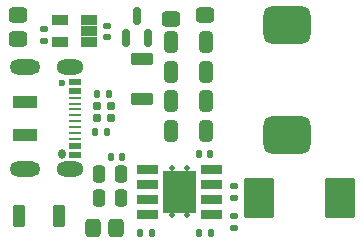
<source format=gts>
%TF.GenerationSoftware,KiCad,Pcbnew,8.0.6*%
%TF.CreationDate,2025-10-07T13:26:47+02:00*%
%TF.ProjectId,PCB WLED Spec 7,50434220-574c-4454-9420-537065632037,rev?*%
%TF.SameCoordinates,Original*%
%TF.FileFunction,Soldermask,Top*%
%TF.FilePolarity,Negative*%
%FSLAX46Y46*%
G04 Gerber Fmt 4.6, Leading zero omitted, Abs format (unit mm)*
G04 Created by KiCad (PCBNEW 8.0.6) date 2025-10-07 13:26:47*
%MOMM*%
%LPD*%
G01*
G04 APERTURE LIST*
G04 Aperture macros list*
%AMRoundRect*
0 Rectangle with rounded corners*
0 $1 Rounding radius*
0 $2 $3 $4 $5 $6 $7 $8 $9 X,Y pos of 4 corners*
0 Add a 4 corners polygon primitive as box body*
4,1,4,$2,$3,$4,$5,$6,$7,$8,$9,$2,$3,0*
0 Add four circle primitives for the rounded corners*
1,1,$1+$1,$2,$3*
1,1,$1+$1,$4,$5*
1,1,$1+$1,$6,$7*
1,1,$1+$1,$8,$9*
0 Add four rect primitives between the rounded corners*
20,1,$1+$1,$2,$3,$4,$5,0*
20,1,$1+$1,$4,$5,$6,$7,0*
20,1,$1+$1,$6,$7,$8,$9,0*
20,1,$1+$1,$8,$9,$2,$3,0*%
G04 Aperture macros list end*
%ADD10C,0.010000*%
%ADD11RoundRect,0.250000X0.250000X0.475000X-0.250000X0.475000X-0.250000X-0.475000X0.250000X-0.475000X0*%
%ADD12RoundRect,0.160000X-0.197500X-0.160000X0.197500X-0.160000X0.197500X0.160000X-0.197500X0.160000X0*%
%ADD13RoundRect,0.102000X-0.400000X-0.850000X0.400000X-0.850000X0.400000X0.850000X-0.400000X0.850000X0*%
%ADD14RoundRect,0.135000X-0.135000X-0.185000X0.135000X-0.185000X0.135000X0.185000X-0.135000X0.185000X0*%
%ADD15RoundRect,0.140000X0.170000X-0.140000X0.170000X0.140000X-0.170000X0.140000X-0.170000X-0.140000X0*%
%ADD16RoundRect,0.150000X0.150000X-0.587500X0.150000X0.587500X-0.150000X0.587500X-0.150000X-0.587500X0*%
%ADD17RoundRect,0.106750X0.605250X0.320250X-0.605250X0.320250X-0.605250X-0.320250X0.605250X-0.320250X0*%
%ADD18RoundRect,0.135000X0.135000X0.185000X-0.135000X0.185000X-0.135000X-0.185000X0.135000X-0.185000X0*%
%ADD19RoundRect,0.325000X-0.325000X-0.475000X0.325000X-0.475000X0.325000X0.475000X-0.325000X0.475000X0*%
%ADD20RoundRect,0.140000X0.140000X0.170000X-0.140000X0.170000X-0.140000X-0.170000X0.140000X-0.170000X0*%
%ADD21C,0.600000*%
%ADD22R,2.000000X1.000000*%
%ADD23O,0.600000X0.850000*%
%ADD24R,1.000000X0.520000*%
%ADD25R,1.000000X0.270000*%
%ADD26O,2.300000X1.300000*%
%ADD27O,2.600000X1.300000*%
%ADD28RoundRect,0.325000X0.325000X0.475000X-0.325000X0.475000X-0.325000X-0.475000X0.325000X-0.475000X0*%
%ADD29RoundRect,0.250000X0.325000X0.650000X-0.325000X0.650000X-0.325000X-0.650000X0.325000X-0.650000X0*%
%ADD30RoundRect,0.325000X0.475000X-0.325000X0.475000X0.325000X-0.475000X0.325000X-0.475000X-0.325000X0*%
%ADD31RoundRect,0.102000X0.850000X-0.400000X0.850000X0.400000X-0.850000X0.400000X-0.850000X-0.400000X0*%
%ADD32C,0.504000*%
%ADD33RoundRect,0.102000X-1.145000X-1.560000X1.145000X-1.560000X1.145000X1.560000X-1.145000X1.560000X0*%
%ADD34RoundRect,0.140000X-0.170000X0.140000X-0.170000X-0.140000X0.170000X-0.140000X0.170000X0.140000X0*%
%ADD35RoundRect,0.135000X-0.185000X0.135000X-0.185000X-0.135000X0.185000X-0.135000X0.185000X0.135000X0*%
%ADD36RoundRect,0.140000X-0.140000X-0.170000X0.140000X-0.170000X0.140000X0.170000X-0.140000X0.170000X0*%
%ADD37RoundRect,0.812500X1.187500X-0.812500X1.187500X0.812500X-1.187500X0.812500X-1.187500X-0.812500X0*%
G04 APERTURE END LIST*
D10*
%TO.C,U3*%
X196205000Y-87650000D02*
X193495000Y-87650000D01*
X193495000Y-84250000D01*
X196205000Y-84250000D01*
X196205000Y-87650000D01*
G36*
X196205000Y-87650000D02*
G01*
X193495000Y-87650000D01*
X193495000Y-84250000D01*
X196205000Y-84250000D01*
X196205000Y-87650000D01*
G37*
X192953000Y-83676000D02*
X192955000Y-83676000D01*
X192958000Y-83677000D01*
X192960000Y-83677000D01*
X192963000Y-83678000D01*
X192965000Y-83679000D01*
X192968000Y-83680000D01*
X192970000Y-83682000D01*
X192972000Y-83683000D01*
X192974000Y-83685000D01*
X192976000Y-83686000D01*
X192978000Y-83688000D01*
X192980000Y-83690000D01*
X192982000Y-83692000D01*
X192984000Y-83694000D01*
X192985000Y-83696000D01*
X192987000Y-83698000D01*
X192988000Y-83700000D01*
X192990000Y-83702000D01*
X192991000Y-83705000D01*
X192992000Y-83707000D01*
X192993000Y-83710000D01*
X192993000Y-83712000D01*
X192994000Y-83715000D01*
X192994000Y-83717000D01*
X192995000Y-83720000D01*
X192995000Y-83722000D01*
X192995000Y-83725000D01*
X192995000Y-84365000D01*
X192995000Y-84368000D01*
X192995000Y-84370000D01*
X192994000Y-84373000D01*
X192994000Y-84375000D01*
X192993000Y-84378000D01*
X192993000Y-84380000D01*
X192992000Y-84383000D01*
X192991000Y-84385000D01*
X192990000Y-84388000D01*
X192988000Y-84390000D01*
X192987000Y-84392000D01*
X192985000Y-84394000D01*
X192984000Y-84396000D01*
X192982000Y-84398000D01*
X192980000Y-84400000D01*
X192978000Y-84402000D01*
X192976000Y-84404000D01*
X192974000Y-84405000D01*
X192972000Y-84407000D01*
X192970000Y-84408000D01*
X192968000Y-84410000D01*
X192965000Y-84411000D01*
X192963000Y-84412000D01*
X192960000Y-84413000D01*
X192958000Y-84413000D01*
X192955000Y-84414000D01*
X192953000Y-84414000D01*
X192950000Y-84415000D01*
X192948000Y-84415000D01*
X192945000Y-84415000D01*
X191355000Y-84415000D01*
X191352000Y-84415000D01*
X191350000Y-84415000D01*
X191347000Y-84414000D01*
X191345000Y-84414000D01*
X191342000Y-84413000D01*
X191340000Y-84413000D01*
X191337000Y-84412000D01*
X191335000Y-84411000D01*
X191332000Y-84410000D01*
X191330000Y-84408000D01*
X191328000Y-84407000D01*
X191326000Y-84405000D01*
X191324000Y-84404000D01*
X191322000Y-84402000D01*
X191320000Y-84400000D01*
X191318000Y-84398000D01*
X191316000Y-84396000D01*
X191315000Y-84394000D01*
X191313000Y-84392000D01*
X191312000Y-84390000D01*
X191310000Y-84388000D01*
X191309000Y-84385000D01*
X191308000Y-84383000D01*
X191307000Y-84380000D01*
X191307000Y-84378000D01*
X191306000Y-84375000D01*
X191306000Y-84373000D01*
X191305000Y-84370000D01*
X191305000Y-84368000D01*
X191305000Y-84365000D01*
X191305000Y-83725000D01*
X191305000Y-83722000D01*
X191305000Y-83720000D01*
X191306000Y-83717000D01*
X191306000Y-83715000D01*
X191307000Y-83712000D01*
X191307000Y-83710000D01*
X191308000Y-83707000D01*
X191309000Y-83705000D01*
X191310000Y-83702000D01*
X191312000Y-83700000D01*
X191313000Y-83698000D01*
X191315000Y-83696000D01*
X191316000Y-83694000D01*
X191318000Y-83692000D01*
X191320000Y-83690000D01*
X191322000Y-83688000D01*
X191324000Y-83686000D01*
X191326000Y-83685000D01*
X191328000Y-83683000D01*
X191330000Y-83682000D01*
X191332000Y-83680000D01*
X191335000Y-83679000D01*
X191337000Y-83678000D01*
X191340000Y-83677000D01*
X191342000Y-83677000D01*
X191345000Y-83676000D01*
X191347000Y-83676000D01*
X191350000Y-83675000D01*
X191352000Y-83675000D01*
X191355000Y-83675000D01*
X192945000Y-83675000D01*
X192948000Y-83675000D01*
X192950000Y-83675000D01*
X192953000Y-83676000D01*
G36*
X192953000Y-83676000D02*
G01*
X192955000Y-83676000D01*
X192958000Y-83677000D01*
X192960000Y-83677000D01*
X192963000Y-83678000D01*
X192965000Y-83679000D01*
X192968000Y-83680000D01*
X192970000Y-83682000D01*
X192972000Y-83683000D01*
X192974000Y-83685000D01*
X192976000Y-83686000D01*
X192978000Y-83688000D01*
X192980000Y-83690000D01*
X192982000Y-83692000D01*
X192984000Y-83694000D01*
X192985000Y-83696000D01*
X192987000Y-83698000D01*
X192988000Y-83700000D01*
X192990000Y-83702000D01*
X192991000Y-83705000D01*
X192992000Y-83707000D01*
X192993000Y-83710000D01*
X192993000Y-83712000D01*
X192994000Y-83715000D01*
X192994000Y-83717000D01*
X192995000Y-83720000D01*
X192995000Y-83722000D01*
X192995000Y-83725000D01*
X192995000Y-84365000D01*
X192995000Y-84368000D01*
X192995000Y-84370000D01*
X192994000Y-84373000D01*
X192994000Y-84375000D01*
X192993000Y-84378000D01*
X192993000Y-84380000D01*
X192992000Y-84383000D01*
X192991000Y-84385000D01*
X192990000Y-84388000D01*
X192988000Y-84390000D01*
X192987000Y-84392000D01*
X192985000Y-84394000D01*
X192984000Y-84396000D01*
X192982000Y-84398000D01*
X192980000Y-84400000D01*
X192978000Y-84402000D01*
X192976000Y-84404000D01*
X192974000Y-84405000D01*
X192972000Y-84407000D01*
X192970000Y-84408000D01*
X192968000Y-84410000D01*
X192965000Y-84411000D01*
X192963000Y-84412000D01*
X192960000Y-84413000D01*
X192958000Y-84413000D01*
X192955000Y-84414000D01*
X192953000Y-84414000D01*
X192950000Y-84415000D01*
X192948000Y-84415000D01*
X192945000Y-84415000D01*
X191355000Y-84415000D01*
X191352000Y-84415000D01*
X191350000Y-84415000D01*
X191347000Y-84414000D01*
X191345000Y-84414000D01*
X191342000Y-84413000D01*
X191340000Y-84413000D01*
X191337000Y-84412000D01*
X191335000Y-84411000D01*
X191332000Y-84410000D01*
X191330000Y-84408000D01*
X191328000Y-84407000D01*
X191326000Y-84405000D01*
X191324000Y-84404000D01*
X191322000Y-84402000D01*
X191320000Y-84400000D01*
X191318000Y-84398000D01*
X191316000Y-84396000D01*
X191315000Y-84394000D01*
X191313000Y-84392000D01*
X191312000Y-84390000D01*
X191310000Y-84388000D01*
X191309000Y-84385000D01*
X191308000Y-84383000D01*
X191307000Y-84380000D01*
X191307000Y-84378000D01*
X191306000Y-84375000D01*
X191306000Y-84373000D01*
X191305000Y-84370000D01*
X191305000Y-84368000D01*
X191305000Y-84365000D01*
X191305000Y-83725000D01*
X191305000Y-83722000D01*
X191305000Y-83720000D01*
X191306000Y-83717000D01*
X191306000Y-83715000D01*
X191307000Y-83712000D01*
X191307000Y-83710000D01*
X191308000Y-83707000D01*
X191309000Y-83705000D01*
X191310000Y-83702000D01*
X191312000Y-83700000D01*
X191313000Y-83698000D01*
X191315000Y-83696000D01*
X191316000Y-83694000D01*
X191318000Y-83692000D01*
X191320000Y-83690000D01*
X191322000Y-83688000D01*
X191324000Y-83686000D01*
X191326000Y-83685000D01*
X191328000Y-83683000D01*
X191330000Y-83682000D01*
X191332000Y-83680000D01*
X191335000Y-83679000D01*
X191337000Y-83678000D01*
X191340000Y-83677000D01*
X191342000Y-83677000D01*
X191345000Y-83676000D01*
X191347000Y-83676000D01*
X191350000Y-83675000D01*
X191352000Y-83675000D01*
X191355000Y-83675000D01*
X192945000Y-83675000D01*
X192948000Y-83675000D01*
X192950000Y-83675000D01*
X192953000Y-83676000D01*
G37*
X192953000Y-84946000D02*
X192955000Y-84946000D01*
X192958000Y-84947000D01*
X192960000Y-84947000D01*
X192963000Y-84948000D01*
X192965000Y-84949000D01*
X192968000Y-84950000D01*
X192970000Y-84952000D01*
X192972000Y-84953000D01*
X192974000Y-84955000D01*
X192976000Y-84956000D01*
X192978000Y-84958000D01*
X192980000Y-84960000D01*
X192982000Y-84962000D01*
X192984000Y-84964000D01*
X192985000Y-84966000D01*
X192987000Y-84968000D01*
X192988000Y-84970000D01*
X192990000Y-84972000D01*
X192991000Y-84975000D01*
X192992000Y-84977000D01*
X192993000Y-84980000D01*
X192993000Y-84982000D01*
X192994000Y-84985000D01*
X192994000Y-84987000D01*
X192995000Y-84990000D01*
X192995000Y-84992000D01*
X192995000Y-84995000D01*
X192995000Y-85635000D01*
X192995000Y-85638000D01*
X192995000Y-85640000D01*
X192994000Y-85643000D01*
X192994000Y-85645000D01*
X192993000Y-85648000D01*
X192993000Y-85650000D01*
X192992000Y-85653000D01*
X192991000Y-85655000D01*
X192990000Y-85658000D01*
X192988000Y-85660000D01*
X192987000Y-85662000D01*
X192985000Y-85664000D01*
X192984000Y-85666000D01*
X192982000Y-85668000D01*
X192980000Y-85670000D01*
X192978000Y-85672000D01*
X192976000Y-85674000D01*
X192974000Y-85675000D01*
X192972000Y-85677000D01*
X192970000Y-85678000D01*
X192968000Y-85680000D01*
X192965000Y-85681000D01*
X192963000Y-85682000D01*
X192960000Y-85683000D01*
X192958000Y-85683000D01*
X192955000Y-85684000D01*
X192953000Y-85684000D01*
X192950000Y-85685000D01*
X192948000Y-85685000D01*
X192945000Y-85685000D01*
X191355000Y-85685000D01*
X191352000Y-85685000D01*
X191350000Y-85685000D01*
X191347000Y-85684000D01*
X191345000Y-85684000D01*
X191342000Y-85683000D01*
X191340000Y-85683000D01*
X191337000Y-85682000D01*
X191335000Y-85681000D01*
X191332000Y-85680000D01*
X191330000Y-85678000D01*
X191328000Y-85677000D01*
X191326000Y-85675000D01*
X191324000Y-85674000D01*
X191322000Y-85672000D01*
X191320000Y-85670000D01*
X191318000Y-85668000D01*
X191316000Y-85666000D01*
X191315000Y-85664000D01*
X191313000Y-85662000D01*
X191312000Y-85660000D01*
X191310000Y-85658000D01*
X191309000Y-85655000D01*
X191308000Y-85653000D01*
X191307000Y-85650000D01*
X191307000Y-85648000D01*
X191306000Y-85645000D01*
X191306000Y-85643000D01*
X191305000Y-85640000D01*
X191305000Y-85638000D01*
X191305000Y-85635000D01*
X191305000Y-84995000D01*
X191305000Y-84992000D01*
X191305000Y-84990000D01*
X191306000Y-84987000D01*
X191306000Y-84985000D01*
X191307000Y-84982000D01*
X191307000Y-84980000D01*
X191308000Y-84977000D01*
X191309000Y-84975000D01*
X191310000Y-84972000D01*
X191312000Y-84970000D01*
X191313000Y-84968000D01*
X191315000Y-84966000D01*
X191316000Y-84964000D01*
X191318000Y-84962000D01*
X191320000Y-84960000D01*
X191322000Y-84958000D01*
X191324000Y-84956000D01*
X191326000Y-84955000D01*
X191328000Y-84953000D01*
X191330000Y-84952000D01*
X191332000Y-84950000D01*
X191335000Y-84949000D01*
X191337000Y-84948000D01*
X191340000Y-84947000D01*
X191342000Y-84947000D01*
X191345000Y-84946000D01*
X191347000Y-84946000D01*
X191350000Y-84945000D01*
X191352000Y-84945000D01*
X191355000Y-84945000D01*
X192945000Y-84945000D01*
X192948000Y-84945000D01*
X192950000Y-84945000D01*
X192953000Y-84946000D01*
G36*
X192953000Y-84946000D02*
G01*
X192955000Y-84946000D01*
X192958000Y-84947000D01*
X192960000Y-84947000D01*
X192963000Y-84948000D01*
X192965000Y-84949000D01*
X192968000Y-84950000D01*
X192970000Y-84952000D01*
X192972000Y-84953000D01*
X192974000Y-84955000D01*
X192976000Y-84956000D01*
X192978000Y-84958000D01*
X192980000Y-84960000D01*
X192982000Y-84962000D01*
X192984000Y-84964000D01*
X192985000Y-84966000D01*
X192987000Y-84968000D01*
X192988000Y-84970000D01*
X192990000Y-84972000D01*
X192991000Y-84975000D01*
X192992000Y-84977000D01*
X192993000Y-84980000D01*
X192993000Y-84982000D01*
X192994000Y-84985000D01*
X192994000Y-84987000D01*
X192995000Y-84990000D01*
X192995000Y-84992000D01*
X192995000Y-84995000D01*
X192995000Y-85635000D01*
X192995000Y-85638000D01*
X192995000Y-85640000D01*
X192994000Y-85643000D01*
X192994000Y-85645000D01*
X192993000Y-85648000D01*
X192993000Y-85650000D01*
X192992000Y-85653000D01*
X192991000Y-85655000D01*
X192990000Y-85658000D01*
X192988000Y-85660000D01*
X192987000Y-85662000D01*
X192985000Y-85664000D01*
X192984000Y-85666000D01*
X192982000Y-85668000D01*
X192980000Y-85670000D01*
X192978000Y-85672000D01*
X192976000Y-85674000D01*
X192974000Y-85675000D01*
X192972000Y-85677000D01*
X192970000Y-85678000D01*
X192968000Y-85680000D01*
X192965000Y-85681000D01*
X192963000Y-85682000D01*
X192960000Y-85683000D01*
X192958000Y-85683000D01*
X192955000Y-85684000D01*
X192953000Y-85684000D01*
X192950000Y-85685000D01*
X192948000Y-85685000D01*
X192945000Y-85685000D01*
X191355000Y-85685000D01*
X191352000Y-85685000D01*
X191350000Y-85685000D01*
X191347000Y-85684000D01*
X191345000Y-85684000D01*
X191342000Y-85683000D01*
X191340000Y-85683000D01*
X191337000Y-85682000D01*
X191335000Y-85681000D01*
X191332000Y-85680000D01*
X191330000Y-85678000D01*
X191328000Y-85677000D01*
X191326000Y-85675000D01*
X191324000Y-85674000D01*
X191322000Y-85672000D01*
X191320000Y-85670000D01*
X191318000Y-85668000D01*
X191316000Y-85666000D01*
X191315000Y-85664000D01*
X191313000Y-85662000D01*
X191312000Y-85660000D01*
X191310000Y-85658000D01*
X191309000Y-85655000D01*
X191308000Y-85653000D01*
X191307000Y-85650000D01*
X191307000Y-85648000D01*
X191306000Y-85645000D01*
X191306000Y-85643000D01*
X191305000Y-85640000D01*
X191305000Y-85638000D01*
X191305000Y-85635000D01*
X191305000Y-84995000D01*
X191305000Y-84992000D01*
X191305000Y-84990000D01*
X191306000Y-84987000D01*
X191306000Y-84985000D01*
X191307000Y-84982000D01*
X191307000Y-84980000D01*
X191308000Y-84977000D01*
X191309000Y-84975000D01*
X191310000Y-84972000D01*
X191312000Y-84970000D01*
X191313000Y-84968000D01*
X191315000Y-84966000D01*
X191316000Y-84964000D01*
X191318000Y-84962000D01*
X191320000Y-84960000D01*
X191322000Y-84958000D01*
X191324000Y-84956000D01*
X191326000Y-84955000D01*
X191328000Y-84953000D01*
X191330000Y-84952000D01*
X191332000Y-84950000D01*
X191335000Y-84949000D01*
X191337000Y-84948000D01*
X191340000Y-84947000D01*
X191342000Y-84947000D01*
X191345000Y-84946000D01*
X191347000Y-84946000D01*
X191350000Y-84945000D01*
X191352000Y-84945000D01*
X191355000Y-84945000D01*
X192945000Y-84945000D01*
X192948000Y-84945000D01*
X192950000Y-84945000D01*
X192953000Y-84946000D01*
G37*
X192953000Y-86216000D02*
X192955000Y-86216000D01*
X192958000Y-86217000D01*
X192960000Y-86217000D01*
X192963000Y-86218000D01*
X192965000Y-86219000D01*
X192968000Y-86220000D01*
X192970000Y-86222000D01*
X192972000Y-86223000D01*
X192974000Y-86225000D01*
X192976000Y-86226000D01*
X192978000Y-86228000D01*
X192980000Y-86230000D01*
X192982000Y-86232000D01*
X192984000Y-86234000D01*
X192985000Y-86236000D01*
X192987000Y-86238000D01*
X192988000Y-86240000D01*
X192990000Y-86242000D01*
X192991000Y-86245000D01*
X192992000Y-86247000D01*
X192993000Y-86250000D01*
X192993000Y-86252000D01*
X192994000Y-86255000D01*
X192994000Y-86257000D01*
X192995000Y-86260000D01*
X192995000Y-86262000D01*
X192995000Y-86265000D01*
X192995000Y-86905000D01*
X192995000Y-86908000D01*
X192995000Y-86910000D01*
X192994000Y-86913000D01*
X192994000Y-86915000D01*
X192993000Y-86918000D01*
X192993000Y-86920000D01*
X192992000Y-86923000D01*
X192991000Y-86925000D01*
X192990000Y-86928000D01*
X192988000Y-86930000D01*
X192987000Y-86932000D01*
X192985000Y-86934000D01*
X192984000Y-86936000D01*
X192982000Y-86938000D01*
X192980000Y-86940000D01*
X192978000Y-86942000D01*
X192976000Y-86944000D01*
X192974000Y-86945000D01*
X192972000Y-86947000D01*
X192970000Y-86948000D01*
X192968000Y-86950000D01*
X192965000Y-86951000D01*
X192963000Y-86952000D01*
X192960000Y-86953000D01*
X192958000Y-86953000D01*
X192955000Y-86954000D01*
X192953000Y-86954000D01*
X192950000Y-86955000D01*
X192948000Y-86955000D01*
X192945000Y-86955000D01*
X191355000Y-86955000D01*
X191352000Y-86955000D01*
X191350000Y-86955000D01*
X191347000Y-86954000D01*
X191345000Y-86954000D01*
X191342000Y-86953000D01*
X191340000Y-86953000D01*
X191337000Y-86952000D01*
X191335000Y-86951000D01*
X191332000Y-86950000D01*
X191330000Y-86948000D01*
X191328000Y-86947000D01*
X191326000Y-86945000D01*
X191324000Y-86944000D01*
X191322000Y-86942000D01*
X191320000Y-86940000D01*
X191318000Y-86938000D01*
X191316000Y-86936000D01*
X191315000Y-86934000D01*
X191313000Y-86932000D01*
X191312000Y-86930000D01*
X191310000Y-86928000D01*
X191309000Y-86925000D01*
X191308000Y-86923000D01*
X191307000Y-86920000D01*
X191307000Y-86918000D01*
X191306000Y-86915000D01*
X191306000Y-86913000D01*
X191305000Y-86910000D01*
X191305000Y-86908000D01*
X191305000Y-86905000D01*
X191305000Y-86265000D01*
X191305000Y-86262000D01*
X191305000Y-86260000D01*
X191306000Y-86257000D01*
X191306000Y-86255000D01*
X191307000Y-86252000D01*
X191307000Y-86250000D01*
X191308000Y-86247000D01*
X191309000Y-86245000D01*
X191310000Y-86242000D01*
X191312000Y-86240000D01*
X191313000Y-86238000D01*
X191315000Y-86236000D01*
X191316000Y-86234000D01*
X191318000Y-86232000D01*
X191320000Y-86230000D01*
X191322000Y-86228000D01*
X191324000Y-86226000D01*
X191326000Y-86225000D01*
X191328000Y-86223000D01*
X191330000Y-86222000D01*
X191332000Y-86220000D01*
X191335000Y-86219000D01*
X191337000Y-86218000D01*
X191340000Y-86217000D01*
X191342000Y-86217000D01*
X191345000Y-86216000D01*
X191347000Y-86216000D01*
X191350000Y-86215000D01*
X191352000Y-86215000D01*
X191355000Y-86215000D01*
X192945000Y-86215000D01*
X192948000Y-86215000D01*
X192950000Y-86215000D01*
X192953000Y-86216000D01*
G36*
X192953000Y-86216000D02*
G01*
X192955000Y-86216000D01*
X192958000Y-86217000D01*
X192960000Y-86217000D01*
X192963000Y-86218000D01*
X192965000Y-86219000D01*
X192968000Y-86220000D01*
X192970000Y-86222000D01*
X192972000Y-86223000D01*
X192974000Y-86225000D01*
X192976000Y-86226000D01*
X192978000Y-86228000D01*
X192980000Y-86230000D01*
X192982000Y-86232000D01*
X192984000Y-86234000D01*
X192985000Y-86236000D01*
X192987000Y-86238000D01*
X192988000Y-86240000D01*
X192990000Y-86242000D01*
X192991000Y-86245000D01*
X192992000Y-86247000D01*
X192993000Y-86250000D01*
X192993000Y-86252000D01*
X192994000Y-86255000D01*
X192994000Y-86257000D01*
X192995000Y-86260000D01*
X192995000Y-86262000D01*
X192995000Y-86265000D01*
X192995000Y-86905000D01*
X192995000Y-86908000D01*
X192995000Y-86910000D01*
X192994000Y-86913000D01*
X192994000Y-86915000D01*
X192993000Y-86918000D01*
X192993000Y-86920000D01*
X192992000Y-86923000D01*
X192991000Y-86925000D01*
X192990000Y-86928000D01*
X192988000Y-86930000D01*
X192987000Y-86932000D01*
X192985000Y-86934000D01*
X192984000Y-86936000D01*
X192982000Y-86938000D01*
X192980000Y-86940000D01*
X192978000Y-86942000D01*
X192976000Y-86944000D01*
X192974000Y-86945000D01*
X192972000Y-86947000D01*
X192970000Y-86948000D01*
X192968000Y-86950000D01*
X192965000Y-86951000D01*
X192963000Y-86952000D01*
X192960000Y-86953000D01*
X192958000Y-86953000D01*
X192955000Y-86954000D01*
X192953000Y-86954000D01*
X192950000Y-86955000D01*
X192948000Y-86955000D01*
X192945000Y-86955000D01*
X191355000Y-86955000D01*
X191352000Y-86955000D01*
X191350000Y-86955000D01*
X191347000Y-86954000D01*
X191345000Y-86954000D01*
X191342000Y-86953000D01*
X191340000Y-86953000D01*
X191337000Y-86952000D01*
X191335000Y-86951000D01*
X191332000Y-86950000D01*
X191330000Y-86948000D01*
X191328000Y-86947000D01*
X191326000Y-86945000D01*
X191324000Y-86944000D01*
X191322000Y-86942000D01*
X191320000Y-86940000D01*
X191318000Y-86938000D01*
X191316000Y-86936000D01*
X191315000Y-86934000D01*
X191313000Y-86932000D01*
X191312000Y-86930000D01*
X191310000Y-86928000D01*
X191309000Y-86925000D01*
X191308000Y-86923000D01*
X191307000Y-86920000D01*
X191307000Y-86918000D01*
X191306000Y-86915000D01*
X191306000Y-86913000D01*
X191305000Y-86910000D01*
X191305000Y-86908000D01*
X191305000Y-86905000D01*
X191305000Y-86265000D01*
X191305000Y-86262000D01*
X191305000Y-86260000D01*
X191306000Y-86257000D01*
X191306000Y-86255000D01*
X191307000Y-86252000D01*
X191307000Y-86250000D01*
X191308000Y-86247000D01*
X191309000Y-86245000D01*
X191310000Y-86242000D01*
X191312000Y-86240000D01*
X191313000Y-86238000D01*
X191315000Y-86236000D01*
X191316000Y-86234000D01*
X191318000Y-86232000D01*
X191320000Y-86230000D01*
X191322000Y-86228000D01*
X191324000Y-86226000D01*
X191326000Y-86225000D01*
X191328000Y-86223000D01*
X191330000Y-86222000D01*
X191332000Y-86220000D01*
X191335000Y-86219000D01*
X191337000Y-86218000D01*
X191340000Y-86217000D01*
X191342000Y-86217000D01*
X191345000Y-86216000D01*
X191347000Y-86216000D01*
X191350000Y-86215000D01*
X191352000Y-86215000D01*
X191355000Y-86215000D01*
X192945000Y-86215000D01*
X192948000Y-86215000D01*
X192950000Y-86215000D01*
X192953000Y-86216000D01*
G37*
X192953000Y-87486000D02*
X192955000Y-87486000D01*
X192958000Y-87487000D01*
X192960000Y-87487000D01*
X192963000Y-87488000D01*
X192965000Y-87489000D01*
X192968000Y-87490000D01*
X192970000Y-87492000D01*
X192972000Y-87493000D01*
X192974000Y-87495000D01*
X192976000Y-87496000D01*
X192978000Y-87498000D01*
X192980000Y-87500000D01*
X192982000Y-87502000D01*
X192984000Y-87504000D01*
X192985000Y-87506000D01*
X192987000Y-87508000D01*
X192988000Y-87510000D01*
X192990000Y-87512000D01*
X192991000Y-87515000D01*
X192992000Y-87517000D01*
X192993000Y-87520000D01*
X192993000Y-87522000D01*
X192994000Y-87525000D01*
X192994000Y-87527000D01*
X192995000Y-87530000D01*
X192995000Y-87532000D01*
X192995000Y-87535000D01*
X192995000Y-88175000D01*
X192995000Y-88178000D01*
X192995000Y-88180000D01*
X192994000Y-88183000D01*
X192994000Y-88185000D01*
X192993000Y-88188000D01*
X192993000Y-88190000D01*
X192992000Y-88193000D01*
X192991000Y-88195000D01*
X192990000Y-88198000D01*
X192988000Y-88200000D01*
X192987000Y-88202000D01*
X192985000Y-88204000D01*
X192984000Y-88206000D01*
X192982000Y-88208000D01*
X192980000Y-88210000D01*
X192978000Y-88212000D01*
X192976000Y-88214000D01*
X192974000Y-88215000D01*
X192972000Y-88217000D01*
X192970000Y-88218000D01*
X192968000Y-88220000D01*
X192965000Y-88221000D01*
X192963000Y-88222000D01*
X192960000Y-88223000D01*
X192958000Y-88223000D01*
X192955000Y-88224000D01*
X192953000Y-88224000D01*
X192950000Y-88225000D01*
X192948000Y-88225000D01*
X192945000Y-88225000D01*
X191355000Y-88225000D01*
X191352000Y-88225000D01*
X191350000Y-88225000D01*
X191347000Y-88224000D01*
X191345000Y-88224000D01*
X191342000Y-88223000D01*
X191340000Y-88223000D01*
X191337000Y-88222000D01*
X191335000Y-88221000D01*
X191332000Y-88220000D01*
X191330000Y-88218000D01*
X191328000Y-88217000D01*
X191326000Y-88215000D01*
X191324000Y-88214000D01*
X191322000Y-88212000D01*
X191320000Y-88210000D01*
X191318000Y-88208000D01*
X191316000Y-88206000D01*
X191315000Y-88204000D01*
X191313000Y-88202000D01*
X191312000Y-88200000D01*
X191310000Y-88198000D01*
X191309000Y-88195000D01*
X191308000Y-88193000D01*
X191307000Y-88190000D01*
X191307000Y-88188000D01*
X191306000Y-88185000D01*
X191306000Y-88183000D01*
X191305000Y-88180000D01*
X191305000Y-88178000D01*
X191305000Y-88175000D01*
X191305000Y-87535000D01*
X191305000Y-87532000D01*
X191305000Y-87530000D01*
X191306000Y-87527000D01*
X191306000Y-87525000D01*
X191307000Y-87522000D01*
X191307000Y-87520000D01*
X191308000Y-87517000D01*
X191309000Y-87515000D01*
X191310000Y-87512000D01*
X191312000Y-87510000D01*
X191313000Y-87508000D01*
X191315000Y-87506000D01*
X191316000Y-87504000D01*
X191318000Y-87502000D01*
X191320000Y-87500000D01*
X191322000Y-87498000D01*
X191324000Y-87496000D01*
X191326000Y-87495000D01*
X191328000Y-87493000D01*
X191330000Y-87492000D01*
X191332000Y-87490000D01*
X191335000Y-87489000D01*
X191337000Y-87488000D01*
X191340000Y-87487000D01*
X191342000Y-87487000D01*
X191345000Y-87486000D01*
X191347000Y-87486000D01*
X191350000Y-87485000D01*
X191352000Y-87485000D01*
X191355000Y-87485000D01*
X192945000Y-87485000D01*
X192948000Y-87485000D01*
X192950000Y-87485000D01*
X192953000Y-87486000D01*
G36*
X192953000Y-87486000D02*
G01*
X192955000Y-87486000D01*
X192958000Y-87487000D01*
X192960000Y-87487000D01*
X192963000Y-87488000D01*
X192965000Y-87489000D01*
X192968000Y-87490000D01*
X192970000Y-87492000D01*
X192972000Y-87493000D01*
X192974000Y-87495000D01*
X192976000Y-87496000D01*
X192978000Y-87498000D01*
X192980000Y-87500000D01*
X192982000Y-87502000D01*
X192984000Y-87504000D01*
X192985000Y-87506000D01*
X192987000Y-87508000D01*
X192988000Y-87510000D01*
X192990000Y-87512000D01*
X192991000Y-87515000D01*
X192992000Y-87517000D01*
X192993000Y-87520000D01*
X192993000Y-87522000D01*
X192994000Y-87525000D01*
X192994000Y-87527000D01*
X192995000Y-87530000D01*
X192995000Y-87532000D01*
X192995000Y-87535000D01*
X192995000Y-88175000D01*
X192995000Y-88178000D01*
X192995000Y-88180000D01*
X192994000Y-88183000D01*
X192994000Y-88185000D01*
X192993000Y-88188000D01*
X192993000Y-88190000D01*
X192992000Y-88193000D01*
X192991000Y-88195000D01*
X192990000Y-88198000D01*
X192988000Y-88200000D01*
X192987000Y-88202000D01*
X192985000Y-88204000D01*
X192984000Y-88206000D01*
X192982000Y-88208000D01*
X192980000Y-88210000D01*
X192978000Y-88212000D01*
X192976000Y-88214000D01*
X192974000Y-88215000D01*
X192972000Y-88217000D01*
X192970000Y-88218000D01*
X192968000Y-88220000D01*
X192965000Y-88221000D01*
X192963000Y-88222000D01*
X192960000Y-88223000D01*
X192958000Y-88223000D01*
X192955000Y-88224000D01*
X192953000Y-88224000D01*
X192950000Y-88225000D01*
X192948000Y-88225000D01*
X192945000Y-88225000D01*
X191355000Y-88225000D01*
X191352000Y-88225000D01*
X191350000Y-88225000D01*
X191347000Y-88224000D01*
X191345000Y-88224000D01*
X191342000Y-88223000D01*
X191340000Y-88223000D01*
X191337000Y-88222000D01*
X191335000Y-88221000D01*
X191332000Y-88220000D01*
X191330000Y-88218000D01*
X191328000Y-88217000D01*
X191326000Y-88215000D01*
X191324000Y-88214000D01*
X191322000Y-88212000D01*
X191320000Y-88210000D01*
X191318000Y-88208000D01*
X191316000Y-88206000D01*
X191315000Y-88204000D01*
X191313000Y-88202000D01*
X191312000Y-88200000D01*
X191310000Y-88198000D01*
X191309000Y-88195000D01*
X191308000Y-88193000D01*
X191307000Y-88190000D01*
X191307000Y-88188000D01*
X191306000Y-88185000D01*
X191306000Y-88183000D01*
X191305000Y-88180000D01*
X191305000Y-88178000D01*
X191305000Y-88175000D01*
X191305000Y-87535000D01*
X191305000Y-87532000D01*
X191305000Y-87530000D01*
X191306000Y-87527000D01*
X191306000Y-87525000D01*
X191307000Y-87522000D01*
X191307000Y-87520000D01*
X191308000Y-87517000D01*
X191309000Y-87515000D01*
X191310000Y-87512000D01*
X191312000Y-87510000D01*
X191313000Y-87508000D01*
X191315000Y-87506000D01*
X191316000Y-87504000D01*
X191318000Y-87502000D01*
X191320000Y-87500000D01*
X191322000Y-87498000D01*
X191324000Y-87496000D01*
X191326000Y-87495000D01*
X191328000Y-87493000D01*
X191330000Y-87492000D01*
X191332000Y-87490000D01*
X191335000Y-87489000D01*
X191337000Y-87488000D01*
X191340000Y-87487000D01*
X191342000Y-87487000D01*
X191345000Y-87486000D01*
X191347000Y-87486000D01*
X191350000Y-87485000D01*
X191352000Y-87485000D01*
X191355000Y-87485000D01*
X192945000Y-87485000D01*
X192948000Y-87485000D01*
X192950000Y-87485000D01*
X192953000Y-87486000D01*
G37*
X198353000Y-83676000D02*
X198355000Y-83676000D01*
X198358000Y-83677000D01*
X198360000Y-83677000D01*
X198363000Y-83678000D01*
X198365000Y-83679000D01*
X198368000Y-83680000D01*
X198370000Y-83682000D01*
X198372000Y-83683000D01*
X198374000Y-83685000D01*
X198376000Y-83686000D01*
X198378000Y-83688000D01*
X198380000Y-83690000D01*
X198382000Y-83692000D01*
X198384000Y-83694000D01*
X198385000Y-83696000D01*
X198387000Y-83698000D01*
X198388000Y-83700000D01*
X198390000Y-83702000D01*
X198391000Y-83705000D01*
X198392000Y-83707000D01*
X198393000Y-83710000D01*
X198393000Y-83712000D01*
X198394000Y-83715000D01*
X198394000Y-83717000D01*
X198395000Y-83720000D01*
X198395000Y-83722000D01*
X198395000Y-83725000D01*
X198395000Y-84365000D01*
X198395000Y-84368000D01*
X198395000Y-84370000D01*
X198394000Y-84373000D01*
X198394000Y-84375000D01*
X198393000Y-84378000D01*
X198393000Y-84380000D01*
X198392000Y-84383000D01*
X198391000Y-84385000D01*
X198390000Y-84388000D01*
X198388000Y-84390000D01*
X198387000Y-84392000D01*
X198385000Y-84394000D01*
X198384000Y-84396000D01*
X198382000Y-84398000D01*
X198380000Y-84400000D01*
X198378000Y-84402000D01*
X198376000Y-84404000D01*
X198374000Y-84405000D01*
X198372000Y-84407000D01*
X198370000Y-84408000D01*
X198368000Y-84410000D01*
X198365000Y-84411000D01*
X198363000Y-84412000D01*
X198360000Y-84413000D01*
X198358000Y-84413000D01*
X198355000Y-84414000D01*
X198353000Y-84414000D01*
X198350000Y-84415000D01*
X198348000Y-84415000D01*
X198345000Y-84415000D01*
X196755000Y-84415000D01*
X196752000Y-84415000D01*
X196750000Y-84415000D01*
X196747000Y-84414000D01*
X196745000Y-84414000D01*
X196742000Y-84413000D01*
X196740000Y-84413000D01*
X196737000Y-84412000D01*
X196735000Y-84411000D01*
X196732000Y-84410000D01*
X196730000Y-84408000D01*
X196728000Y-84407000D01*
X196726000Y-84405000D01*
X196724000Y-84404000D01*
X196722000Y-84402000D01*
X196720000Y-84400000D01*
X196718000Y-84398000D01*
X196716000Y-84396000D01*
X196715000Y-84394000D01*
X196713000Y-84392000D01*
X196712000Y-84390000D01*
X196710000Y-84388000D01*
X196709000Y-84385000D01*
X196708000Y-84383000D01*
X196707000Y-84380000D01*
X196707000Y-84378000D01*
X196706000Y-84375000D01*
X196706000Y-84373000D01*
X196705000Y-84370000D01*
X196705000Y-84368000D01*
X196705000Y-84365000D01*
X196705000Y-83725000D01*
X196705000Y-83722000D01*
X196705000Y-83720000D01*
X196706000Y-83717000D01*
X196706000Y-83715000D01*
X196707000Y-83712000D01*
X196707000Y-83710000D01*
X196708000Y-83707000D01*
X196709000Y-83705000D01*
X196710000Y-83702000D01*
X196712000Y-83700000D01*
X196713000Y-83698000D01*
X196715000Y-83696000D01*
X196716000Y-83694000D01*
X196718000Y-83692000D01*
X196720000Y-83690000D01*
X196722000Y-83688000D01*
X196724000Y-83686000D01*
X196726000Y-83685000D01*
X196728000Y-83683000D01*
X196730000Y-83682000D01*
X196732000Y-83680000D01*
X196735000Y-83679000D01*
X196737000Y-83678000D01*
X196740000Y-83677000D01*
X196742000Y-83677000D01*
X196745000Y-83676000D01*
X196747000Y-83676000D01*
X196750000Y-83675000D01*
X196752000Y-83675000D01*
X196755000Y-83675000D01*
X198345000Y-83675000D01*
X198348000Y-83675000D01*
X198350000Y-83675000D01*
X198353000Y-83676000D01*
G36*
X198353000Y-83676000D02*
G01*
X198355000Y-83676000D01*
X198358000Y-83677000D01*
X198360000Y-83677000D01*
X198363000Y-83678000D01*
X198365000Y-83679000D01*
X198368000Y-83680000D01*
X198370000Y-83682000D01*
X198372000Y-83683000D01*
X198374000Y-83685000D01*
X198376000Y-83686000D01*
X198378000Y-83688000D01*
X198380000Y-83690000D01*
X198382000Y-83692000D01*
X198384000Y-83694000D01*
X198385000Y-83696000D01*
X198387000Y-83698000D01*
X198388000Y-83700000D01*
X198390000Y-83702000D01*
X198391000Y-83705000D01*
X198392000Y-83707000D01*
X198393000Y-83710000D01*
X198393000Y-83712000D01*
X198394000Y-83715000D01*
X198394000Y-83717000D01*
X198395000Y-83720000D01*
X198395000Y-83722000D01*
X198395000Y-83725000D01*
X198395000Y-84365000D01*
X198395000Y-84368000D01*
X198395000Y-84370000D01*
X198394000Y-84373000D01*
X198394000Y-84375000D01*
X198393000Y-84378000D01*
X198393000Y-84380000D01*
X198392000Y-84383000D01*
X198391000Y-84385000D01*
X198390000Y-84388000D01*
X198388000Y-84390000D01*
X198387000Y-84392000D01*
X198385000Y-84394000D01*
X198384000Y-84396000D01*
X198382000Y-84398000D01*
X198380000Y-84400000D01*
X198378000Y-84402000D01*
X198376000Y-84404000D01*
X198374000Y-84405000D01*
X198372000Y-84407000D01*
X198370000Y-84408000D01*
X198368000Y-84410000D01*
X198365000Y-84411000D01*
X198363000Y-84412000D01*
X198360000Y-84413000D01*
X198358000Y-84413000D01*
X198355000Y-84414000D01*
X198353000Y-84414000D01*
X198350000Y-84415000D01*
X198348000Y-84415000D01*
X198345000Y-84415000D01*
X196755000Y-84415000D01*
X196752000Y-84415000D01*
X196750000Y-84415000D01*
X196747000Y-84414000D01*
X196745000Y-84414000D01*
X196742000Y-84413000D01*
X196740000Y-84413000D01*
X196737000Y-84412000D01*
X196735000Y-84411000D01*
X196732000Y-84410000D01*
X196730000Y-84408000D01*
X196728000Y-84407000D01*
X196726000Y-84405000D01*
X196724000Y-84404000D01*
X196722000Y-84402000D01*
X196720000Y-84400000D01*
X196718000Y-84398000D01*
X196716000Y-84396000D01*
X196715000Y-84394000D01*
X196713000Y-84392000D01*
X196712000Y-84390000D01*
X196710000Y-84388000D01*
X196709000Y-84385000D01*
X196708000Y-84383000D01*
X196707000Y-84380000D01*
X196707000Y-84378000D01*
X196706000Y-84375000D01*
X196706000Y-84373000D01*
X196705000Y-84370000D01*
X196705000Y-84368000D01*
X196705000Y-84365000D01*
X196705000Y-83725000D01*
X196705000Y-83722000D01*
X196705000Y-83720000D01*
X196706000Y-83717000D01*
X196706000Y-83715000D01*
X196707000Y-83712000D01*
X196707000Y-83710000D01*
X196708000Y-83707000D01*
X196709000Y-83705000D01*
X196710000Y-83702000D01*
X196712000Y-83700000D01*
X196713000Y-83698000D01*
X196715000Y-83696000D01*
X196716000Y-83694000D01*
X196718000Y-83692000D01*
X196720000Y-83690000D01*
X196722000Y-83688000D01*
X196724000Y-83686000D01*
X196726000Y-83685000D01*
X196728000Y-83683000D01*
X196730000Y-83682000D01*
X196732000Y-83680000D01*
X196735000Y-83679000D01*
X196737000Y-83678000D01*
X196740000Y-83677000D01*
X196742000Y-83677000D01*
X196745000Y-83676000D01*
X196747000Y-83676000D01*
X196750000Y-83675000D01*
X196752000Y-83675000D01*
X196755000Y-83675000D01*
X198345000Y-83675000D01*
X198348000Y-83675000D01*
X198350000Y-83675000D01*
X198353000Y-83676000D01*
G37*
X198353000Y-84946000D02*
X198355000Y-84946000D01*
X198358000Y-84947000D01*
X198360000Y-84947000D01*
X198363000Y-84948000D01*
X198365000Y-84949000D01*
X198368000Y-84950000D01*
X198370000Y-84952000D01*
X198372000Y-84953000D01*
X198374000Y-84955000D01*
X198376000Y-84956000D01*
X198378000Y-84958000D01*
X198380000Y-84960000D01*
X198382000Y-84962000D01*
X198384000Y-84964000D01*
X198385000Y-84966000D01*
X198387000Y-84968000D01*
X198388000Y-84970000D01*
X198390000Y-84972000D01*
X198391000Y-84975000D01*
X198392000Y-84977000D01*
X198393000Y-84980000D01*
X198393000Y-84982000D01*
X198394000Y-84985000D01*
X198394000Y-84987000D01*
X198395000Y-84990000D01*
X198395000Y-84992000D01*
X198395000Y-84995000D01*
X198395000Y-85635000D01*
X198395000Y-85638000D01*
X198395000Y-85640000D01*
X198394000Y-85643000D01*
X198394000Y-85645000D01*
X198393000Y-85648000D01*
X198393000Y-85650000D01*
X198392000Y-85653000D01*
X198391000Y-85655000D01*
X198390000Y-85658000D01*
X198388000Y-85660000D01*
X198387000Y-85662000D01*
X198385000Y-85664000D01*
X198384000Y-85666000D01*
X198382000Y-85668000D01*
X198380000Y-85670000D01*
X198378000Y-85672000D01*
X198376000Y-85674000D01*
X198374000Y-85675000D01*
X198372000Y-85677000D01*
X198370000Y-85678000D01*
X198368000Y-85680000D01*
X198365000Y-85681000D01*
X198363000Y-85682000D01*
X198360000Y-85683000D01*
X198358000Y-85683000D01*
X198355000Y-85684000D01*
X198353000Y-85684000D01*
X198350000Y-85685000D01*
X198348000Y-85685000D01*
X198345000Y-85685000D01*
X196755000Y-85685000D01*
X196752000Y-85685000D01*
X196750000Y-85685000D01*
X196747000Y-85684000D01*
X196745000Y-85684000D01*
X196742000Y-85683000D01*
X196740000Y-85683000D01*
X196737000Y-85682000D01*
X196735000Y-85681000D01*
X196732000Y-85680000D01*
X196730000Y-85678000D01*
X196728000Y-85677000D01*
X196726000Y-85675000D01*
X196724000Y-85674000D01*
X196722000Y-85672000D01*
X196720000Y-85670000D01*
X196718000Y-85668000D01*
X196716000Y-85666000D01*
X196715000Y-85664000D01*
X196713000Y-85662000D01*
X196712000Y-85660000D01*
X196710000Y-85658000D01*
X196709000Y-85655000D01*
X196708000Y-85653000D01*
X196707000Y-85650000D01*
X196707000Y-85648000D01*
X196706000Y-85645000D01*
X196706000Y-85643000D01*
X196705000Y-85640000D01*
X196705000Y-85638000D01*
X196705000Y-85635000D01*
X196705000Y-84995000D01*
X196705000Y-84992000D01*
X196705000Y-84990000D01*
X196706000Y-84987000D01*
X196706000Y-84985000D01*
X196707000Y-84982000D01*
X196707000Y-84980000D01*
X196708000Y-84977000D01*
X196709000Y-84975000D01*
X196710000Y-84972000D01*
X196712000Y-84970000D01*
X196713000Y-84968000D01*
X196715000Y-84966000D01*
X196716000Y-84964000D01*
X196718000Y-84962000D01*
X196720000Y-84960000D01*
X196722000Y-84958000D01*
X196724000Y-84956000D01*
X196726000Y-84955000D01*
X196728000Y-84953000D01*
X196730000Y-84952000D01*
X196732000Y-84950000D01*
X196735000Y-84949000D01*
X196737000Y-84948000D01*
X196740000Y-84947000D01*
X196742000Y-84947000D01*
X196745000Y-84946000D01*
X196747000Y-84946000D01*
X196750000Y-84945000D01*
X196752000Y-84945000D01*
X196755000Y-84945000D01*
X198345000Y-84945000D01*
X198348000Y-84945000D01*
X198350000Y-84945000D01*
X198353000Y-84946000D01*
G36*
X198353000Y-84946000D02*
G01*
X198355000Y-84946000D01*
X198358000Y-84947000D01*
X198360000Y-84947000D01*
X198363000Y-84948000D01*
X198365000Y-84949000D01*
X198368000Y-84950000D01*
X198370000Y-84952000D01*
X198372000Y-84953000D01*
X198374000Y-84955000D01*
X198376000Y-84956000D01*
X198378000Y-84958000D01*
X198380000Y-84960000D01*
X198382000Y-84962000D01*
X198384000Y-84964000D01*
X198385000Y-84966000D01*
X198387000Y-84968000D01*
X198388000Y-84970000D01*
X198390000Y-84972000D01*
X198391000Y-84975000D01*
X198392000Y-84977000D01*
X198393000Y-84980000D01*
X198393000Y-84982000D01*
X198394000Y-84985000D01*
X198394000Y-84987000D01*
X198395000Y-84990000D01*
X198395000Y-84992000D01*
X198395000Y-84995000D01*
X198395000Y-85635000D01*
X198395000Y-85638000D01*
X198395000Y-85640000D01*
X198394000Y-85643000D01*
X198394000Y-85645000D01*
X198393000Y-85648000D01*
X198393000Y-85650000D01*
X198392000Y-85653000D01*
X198391000Y-85655000D01*
X198390000Y-85658000D01*
X198388000Y-85660000D01*
X198387000Y-85662000D01*
X198385000Y-85664000D01*
X198384000Y-85666000D01*
X198382000Y-85668000D01*
X198380000Y-85670000D01*
X198378000Y-85672000D01*
X198376000Y-85674000D01*
X198374000Y-85675000D01*
X198372000Y-85677000D01*
X198370000Y-85678000D01*
X198368000Y-85680000D01*
X198365000Y-85681000D01*
X198363000Y-85682000D01*
X198360000Y-85683000D01*
X198358000Y-85683000D01*
X198355000Y-85684000D01*
X198353000Y-85684000D01*
X198350000Y-85685000D01*
X198348000Y-85685000D01*
X198345000Y-85685000D01*
X196755000Y-85685000D01*
X196752000Y-85685000D01*
X196750000Y-85685000D01*
X196747000Y-85684000D01*
X196745000Y-85684000D01*
X196742000Y-85683000D01*
X196740000Y-85683000D01*
X196737000Y-85682000D01*
X196735000Y-85681000D01*
X196732000Y-85680000D01*
X196730000Y-85678000D01*
X196728000Y-85677000D01*
X196726000Y-85675000D01*
X196724000Y-85674000D01*
X196722000Y-85672000D01*
X196720000Y-85670000D01*
X196718000Y-85668000D01*
X196716000Y-85666000D01*
X196715000Y-85664000D01*
X196713000Y-85662000D01*
X196712000Y-85660000D01*
X196710000Y-85658000D01*
X196709000Y-85655000D01*
X196708000Y-85653000D01*
X196707000Y-85650000D01*
X196707000Y-85648000D01*
X196706000Y-85645000D01*
X196706000Y-85643000D01*
X196705000Y-85640000D01*
X196705000Y-85638000D01*
X196705000Y-85635000D01*
X196705000Y-84995000D01*
X196705000Y-84992000D01*
X196705000Y-84990000D01*
X196706000Y-84987000D01*
X196706000Y-84985000D01*
X196707000Y-84982000D01*
X196707000Y-84980000D01*
X196708000Y-84977000D01*
X196709000Y-84975000D01*
X196710000Y-84972000D01*
X196712000Y-84970000D01*
X196713000Y-84968000D01*
X196715000Y-84966000D01*
X196716000Y-84964000D01*
X196718000Y-84962000D01*
X196720000Y-84960000D01*
X196722000Y-84958000D01*
X196724000Y-84956000D01*
X196726000Y-84955000D01*
X196728000Y-84953000D01*
X196730000Y-84952000D01*
X196732000Y-84950000D01*
X196735000Y-84949000D01*
X196737000Y-84948000D01*
X196740000Y-84947000D01*
X196742000Y-84947000D01*
X196745000Y-84946000D01*
X196747000Y-84946000D01*
X196750000Y-84945000D01*
X196752000Y-84945000D01*
X196755000Y-84945000D01*
X198345000Y-84945000D01*
X198348000Y-84945000D01*
X198350000Y-84945000D01*
X198353000Y-84946000D01*
G37*
X198353000Y-86216000D02*
X198355000Y-86216000D01*
X198358000Y-86217000D01*
X198360000Y-86217000D01*
X198363000Y-86218000D01*
X198365000Y-86219000D01*
X198368000Y-86220000D01*
X198370000Y-86222000D01*
X198372000Y-86223000D01*
X198374000Y-86225000D01*
X198376000Y-86226000D01*
X198378000Y-86228000D01*
X198380000Y-86230000D01*
X198382000Y-86232000D01*
X198384000Y-86234000D01*
X198385000Y-86236000D01*
X198387000Y-86238000D01*
X198388000Y-86240000D01*
X198390000Y-86242000D01*
X198391000Y-86245000D01*
X198392000Y-86247000D01*
X198393000Y-86250000D01*
X198393000Y-86252000D01*
X198394000Y-86255000D01*
X198394000Y-86257000D01*
X198395000Y-86260000D01*
X198395000Y-86262000D01*
X198395000Y-86265000D01*
X198395000Y-86905000D01*
X198395000Y-86908000D01*
X198395000Y-86910000D01*
X198394000Y-86913000D01*
X198394000Y-86915000D01*
X198393000Y-86918000D01*
X198393000Y-86920000D01*
X198392000Y-86923000D01*
X198391000Y-86925000D01*
X198390000Y-86928000D01*
X198388000Y-86930000D01*
X198387000Y-86932000D01*
X198385000Y-86934000D01*
X198384000Y-86936000D01*
X198382000Y-86938000D01*
X198380000Y-86940000D01*
X198378000Y-86942000D01*
X198376000Y-86944000D01*
X198374000Y-86945000D01*
X198372000Y-86947000D01*
X198370000Y-86948000D01*
X198368000Y-86950000D01*
X198365000Y-86951000D01*
X198363000Y-86952000D01*
X198360000Y-86953000D01*
X198358000Y-86953000D01*
X198355000Y-86954000D01*
X198353000Y-86954000D01*
X198350000Y-86955000D01*
X198348000Y-86955000D01*
X198345000Y-86955000D01*
X196755000Y-86955000D01*
X196752000Y-86955000D01*
X196750000Y-86955000D01*
X196747000Y-86954000D01*
X196745000Y-86954000D01*
X196742000Y-86953000D01*
X196740000Y-86953000D01*
X196737000Y-86952000D01*
X196735000Y-86951000D01*
X196732000Y-86950000D01*
X196730000Y-86948000D01*
X196728000Y-86947000D01*
X196726000Y-86945000D01*
X196724000Y-86944000D01*
X196722000Y-86942000D01*
X196720000Y-86940000D01*
X196718000Y-86938000D01*
X196716000Y-86936000D01*
X196715000Y-86934000D01*
X196713000Y-86932000D01*
X196712000Y-86930000D01*
X196710000Y-86928000D01*
X196709000Y-86925000D01*
X196708000Y-86923000D01*
X196707000Y-86920000D01*
X196707000Y-86918000D01*
X196706000Y-86915000D01*
X196706000Y-86913000D01*
X196705000Y-86910000D01*
X196705000Y-86908000D01*
X196705000Y-86905000D01*
X196705000Y-86265000D01*
X196705000Y-86262000D01*
X196705000Y-86260000D01*
X196706000Y-86257000D01*
X196706000Y-86255000D01*
X196707000Y-86252000D01*
X196707000Y-86250000D01*
X196708000Y-86247000D01*
X196709000Y-86245000D01*
X196710000Y-86242000D01*
X196712000Y-86240000D01*
X196713000Y-86238000D01*
X196715000Y-86236000D01*
X196716000Y-86234000D01*
X196718000Y-86232000D01*
X196720000Y-86230000D01*
X196722000Y-86228000D01*
X196724000Y-86226000D01*
X196726000Y-86225000D01*
X196728000Y-86223000D01*
X196730000Y-86222000D01*
X196732000Y-86220000D01*
X196735000Y-86219000D01*
X196737000Y-86218000D01*
X196740000Y-86217000D01*
X196742000Y-86217000D01*
X196745000Y-86216000D01*
X196747000Y-86216000D01*
X196750000Y-86215000D01*
X196752000Y-86215000D01*
X196755000Y-86215000D01*
X198345000Y-86215000D01*
X198348000Y-86215000D01*
X198350000Y-86215000D01*
X198353000Y-86216000D01*
G36*
X198353000Y-86216000D02*
G01*
X198355000Y-86216000D01*
X198358000Y-86217000D01*
X198360000Y-86217000D01*
X198363000Y-86218000D01*
X198365000Y-86219000D01*
X198368000Y-86220000D01*
X198370000Y-86222000D01*
X198372000Y-86223000D01*
X198374000Y-86225000D01*
X198376000Y-86226000D01*
X198378000Y-86228000D01*
X198380000Y-86230000D01*
X198382000Y-86232000D01*
X198384000Y-86234000D01*
X198385000Y-86236000D01*
X198387000Y-86238000D01*
X198388000Y-86240000D01*
X198390000Y-86242000D01*
X198391000Y-86245000D01*
X198392000Y-86247000D01*
X198393000Y-86250000D01*
X198393000Y-86252000D01*
X198394000Y-86255000D01*
X198394000Y-86257000D01*
X198395000Y-86260000D01*
X198395000Y-86262000D01*
X198395000Y-86265000D01*
X198395000Y-86905000D01*
X198395000Y-86908000D01*
X198395000Y-86910000D01*
X198394000Y-86913000D01*
X198394000Y-86915000D01*
X198393000Y-86918000D01*
X198393000Y-86920000D01*
X198392000Y-86923000D01*
X198391000Y-86925000D01*
X198390000Y-86928000D01*
X198388000Y-86930000D01*
X198387000Y-86932000D01*
X198385000Y-86934000D01*
X198384000Y-86936000D01*
X198382000Y-86938000D01*
X198380000Y-86940000D01*
X198378000Y-86942000D01*
X198376000Y-86944000D01*
X198374000Y-86945000D01*
X198372000Y-86947000D01*
X198370000Y-86948000D01*
X198368000Y-86950000D01*
X198365000Y-86951000D01*
X198363000Y-86952000D01*
X198360000Y-86953000D01*
X198358000Y-86953000D01*
X198355000Y-86954000D01*
X198353000Y-86954000D01*
X198350000Y-86955000D01*
X198348000Y-86955000D01*
X198345000Y-86955000D01*
X196755000Y-86955000D01*
X196752000Y-86955000D01*
X196750000Y-86955000D01*
X196747000Y-86954000D01*
X196745000Y-86954000D01*
X196742000Y-86953000D01*
X196740000Y-86953000D01*
X196737000Y-86952000D01*
X196735000Y-86951000D01*
X196732000Y-86950000D01*
X196730000Y-86948000D01*
X196728000Y-86947000D01*
X196726000Y-86945000D01*
X196724000Y-86944000D01*
X196722000Y-86942000D01*
X196720000Y-86940000D01*
X196718000Y-86938000D01*
X196716000Y-86936000D01*
X196715000Y-86934000D01*
X196713000Y-86932000D01*
X196712000Y-86930000D01*
X196710000Y-86928000D01*
X196709000Y-86925000D01*
X196708000Y-86923000D01*
X196707000Y-86920000D01*
X196707000Y-86918000D01*
X196706000Y-86915000D01*
X196706000Y-86913000D01*
X196705000Y-86910000D01*
X196705000Y-86908000D01*
X196705000Y-86905000D01*
X196705000Y-86265000D01*
X196705000Y-86262000D01*
X196705000Y-86260000D01*
X196706000Y-86257000D01*
X196706000Y-86255000D01*
X196707000Y-86252000D01*
X196707000Y-86250000D01*
X196708000Y-86247000D01*
X196709000Y-86245000D01*
X196710000Y-86242000D01*
X196712000Y-86240000D01*
X196713000Y-86238000D01*
X196715000Y-86236000D01*
X196716000Y-86234000D01*
X196718000Y-86232000D01*
X196720000Y-86230000D01*
X196722000Y-86228000D01*
X196724000Y-86226000D01*
X196726000Y-86225000D01*
X196728000Y-86223000D01*
X196730000Y-86222000D01*
X196732000Y-86220000D01*
X196735000Y-86219000D01*
X196737000Y-86218000D01*
X196740000Y-86217000D01*
X196742000Y-86217000D01*
X196745000Y-86216000D01*
X196747000Y-86216000D01*
X196750000Y-86215000D01*
X196752000Y-86215000D01*
X196755000Y-86215000D01*
X198345000Y-86215000D01*
X198348000Y-86215000D01*
X198350000Y-86215000D01*
X198353000Y-86216000D01*
G37*
X198353000Y-87486000D02*
X198355000Y-87486000D01*
X198358000Y-87487000D01*
X198360000Y-87487000D01*
X198363000Y-87488000D01*
X198365000Y-87489000D01*
X198368000Y-87490000D01*
X198370000Y-87492000D01*
X198372000Y-87493000D01*
X198374000Y-87495000D01*
X198376000Y-87496000D01*
X198378000Y-87498000D01*
X198380000Y-87500000D01*
X198382000Y-87502000D01*
X198384000Y-87504000D01*
X198385000Y-87506000D01*
X198387000Y-87508000D01*
X198388000Y-87510000D01*
X198390000Y-87512000D01*
X198391000Y-87515000D01*
X198392000Y-87517000D01*
X198393000Y-87520000D01*
X198393000Y-87522000D01*
X198394000Y-87525000D01*
X198394000Y-87527000D01*
X198395000Y-87530000D01*
X198395000Y-87532000D01*
X198395000Y-87535000D01*
X198395000Y-88175000D01*
X198395000Y-88178000D01*
X198395000Y-88180000D01*
X198394000Y-88183000D01*
X198394000Y-88185000D01*
X198393000Y-88188000D01*
X198393000Y-88190000D01*
X198392000Y-88193000D01*
X198391000Y-88195000D01*
X198390000Y-88198000D01*
X198388000Y-88200000D01*
X198387000Y-88202000D01*
X198385000Y-88204000D01*
X198384000Y-88206000D01*
X198382000Y-88208000D01*
X198380000Y-88210000D01*
X198378000Y-88212000D01*
X198376000Y-88214000D01*
X198374000Y-88215000D01*
X198372000Y-88217000D01*
X198370000Y-88218000D01*
X198368000Y-88220000D01*
X198365000Y-88221000D01*
X198363000Y-88222000D01*
X198360000Y-88223000D01*
X198358000Y-88223000D01*
X198355000Y-88224000D01*
X198353000Y-88224000D01*
X198350000Y-88225000D01*
X198348000Y-88225000D01*
X198345000Y-88225000D01*
X196755000Y-88225000D01*
X196752000Y-88225000D01*
X196750000Y-88225000D01*
X196747000Y-88224000D01*
X196745000Y-88224000D01*
X196742000Y-88223000D01*
X196740000Y-88223000D01*
X196737000Y-88222000D01*
X196735000Y-88221000D01*
X196732000Y-88220000D01*
X196730000Y-88218000D01*
X196728000Y-88217000D01*
X196726000Y-88215000D01*
X196724000Y-88214000D01*
X196722000Y-88212000D01*
X196720000Y-88210000D01*
X196718000Y-88208000D01*
X196716000Y-88206000D01*
X196715000Y-88204000D01*
X196713000Y-88202000D01*
X196712000Y-88200000D01*
X196710000Y-88198000D01*
X196709000Y-88195000D01*
X196708000Y-88193000D01*
X196707000Y-88190000D01*
X196707000Y-88188000D01*
X196706000Y-88185000D01*
X196706000Y-88183000D01*
X196705000Y-88180000D01*
X196705000Y-88178000D01*
X196705000Y-88175000D01*
X196705000Y-87535000D01*
X196705000Y-87532000D01*
X196705000Y-87530000D01*
X196706000Y-87527000D01*
X196706000Y-87525000D01*
X196707000Y-87522000D01*
X196707000Y-87520000D01*
X196708000Y-87517000D01*
X196709000Y-87515000D01*
X196710000Y-87512000D01*
X196712000Y-87510000D01*
X196713000Y-87508000D01*
X196715000Y-87506000D01*
X196716000Y-87504000D01*
X196718000Y-87502000D01*
X196720000Y-87500000D01*
X196722000Y-87498000D01*
X196724000Y-87496000D01*
X196726000Y-87495000D01*
X196728000Y-87493000D01*
X196730000Y-87492000D01*
X196732000Y-87490000D01*
X196735000Y-87489000D01*
X196737000Y-87488000D01*
X196740000Y-87487000D01*
X196742000Y-87487000D01*
X196745000Y-87486000D01*
X196747000Y-87486000D01*
X196750000Y-87485000D01*
X196752000Y-87485000D01*
X196755000Y-87485000D01*
X198345000Y-87485000D01*
X198348000Y-87485000D01*
X198350000Y-87485000D01*
X198353000Y-87486000D01*
G36*
X198353000Y-87486000D02*
G01*
X198355000Y-87486000D01*
X198358000Y-87487000D01*
X198360000Y-87487000D01*
X198363000Y-87488000D01*
X198365000Y-87489000D01*
X198368000Y-87490000D01*
X198370000Y-87492000D01*
X198372000Y-87493000D01*
X198374000Y-87495000D01*
X198376000Y-87496000D01*
X198378000Y-87498000D01*
X198380000Y-87500000D01*
X198382000Y-87502000D01*
X198384000Y-87504000D01*
X198385000Y-87506000D01*
X198387000Y-87508000D01*
X198388000Y-87510000D01*
X198390000Y-87512000D01*
X198391000Y-87515000D01*
X198392000Y-87517000D01*
X198393000Y-87520000D01*
X198393000Y-87522000D01*
X198394000Y-87525000D01*
X198394000Y-87527000D01*
X198395000Y-87530000D01*
X198395000Y-87532000D01*
X198395000Y-87535000D01*
X198395000Y-88175000D01*
X198395000Y-88178000D01*
X198395000Y-88180000D01*
X198394000Y-88183000D01*
X198394000Y-88185000D01*
X198393000Y-88188000D01*
X198393000Y-88190000D01*
X198392000Y-88193000D01*
X198391000Y-88195000D01*
X198390000Y-88198000D01*
X198388000Y-88200000D01*
X198387000Y-88202000D01*
X198385000Y-88204000D01*
X198384000Y-88206000D01*
X198382000Y-88208000D01*
X198380000Y-88210000D01*
X198378000Y-88212000D01*
X198376000Y-88214000D01*
X198374000Y-88215000D01*
X198372000Y-88217000D01*
X198370000Y-88218000D01*
X198368000Y-88220000D01*
X198365000Y-88221000D01*
X198363000Y-88222000D01*
X198360000Y-88223000D01*
X198358000Y-88223000D01*
X198355000Y-88224000D01*
X198353000Y-88224000D01*
X198350000Y-88225000D01*
X198348000Y-88225000D01*
X198345000Y-88225000D01*
X196755000Y-88225000D01*
X196752000Y-88225000D01*
X196750000Y-88225000D01*
X196747000Y-88224000D01*
X196745000Y-88224000D01*
X196742000Y-88223000D01*
X196740000Y-88223000D01*
X196737000Y-88222000D01*
X196735000Y-88221000D01*
X196732000Y-88220000D01*
X196730000Y-88218000D01*
X196728000Y-88217000D01*
X196726000Y-88215000D01*
X196724000Y-88214000D01*
X196722000Y-88212000D01*
X196720000Y-88210000D01*
X196718000Y-88208000D01*
X196716000Y-88206000D01*
X196715000Y-88204000D01*
X196713000Y-88202000D01*
X196712000Y-88200000D01*
X196710000Y-88198000D01*
X196709000Y-88195000D01*
X196708000Y-88193000D01*
X196707000Y-88190000D01*
X196707000Y-88188000D01*
X196706000Y-88185000D01*
X196706000Y-88183000D01*
X196705000Y-88180000D01*
X196705000Y-88178000D01*
X196705000Y-88175000D01*
X196705000Y-87535000D01*
X196705000Y-87532000D01*
X196705000Y-87530000D01*
X196706000Y-87527000D01*
X196706000Y-87525000D01*
X196707000Y-87522000D01*
X196707000Y-87520000D01*
X196708000Y-87517000D01*
X196709000Y-87515000D01*
X196710000Y-87512000D01*
X196712000Y-87510000D01*
X196713000Y-87508000D01*
X196715000Y-87506000D01*
X196716000Y-87504000D01*
X196718000Y-87502000D01*
X196720000Y-87500000D01*
X196722000Y-87498000D01*
X196724000Y-87496000D01*
X196726000Y-87495000D01*
X196728000Y-87493000D01*
X196730000Y-87492000D01*
X196732000Y-87490000D01*
X196735000Y-87489000D01*
X196737000Y-87488000D01*
X196740000Y-87487000D01*
X196742000Y-87487000D01*
X196745000Y-87486000D01*
X196747000Y-87486000D01*
X196750000Y-87485000D01*
X196752000Y-87485000D01*
X196755000Y-87485000D01*
X198345000Y-87485000D01*
X198348000Y-87485000D01*
X198350000Y-87485000D01*
X198353000Y-87486000D01*
G37*
%TD*%
D11*
%TO.C,C15*%
X189950000Y-86500000D03*
X188050000Y-86500000D03*
%TD*%
D12*
%TO.C,R4*%
X187856491Y-79740363D03*
X189051491Y-79740363D03*
%TD*%
D13*
%TO.C,S1*%
X181300000Y-88000000D03*
X184700000Y-88000000D03*
%TD*%
D14*
%TO.C,R2*%
X187733991Y-80940363D03*
X188753991Y-80940363D03*
%TD*%
D15*
%TO.C,C2*%
X183400000Y-73180000D03*
X183400000Y-72220000D03*
%TD*%
%TO.C,C13*%
X199500000Y-86480000D03*
X199500000Y-85520000D03*
%TD*%
D16*
%TO.C,D1*%
X190337500Y-72977500D03*
X192237500Y-72977500D03*
X191287500Y-71102500D03*
%TD*%
D17*
%TO.C,U2*%
X187245000Y-73320000D03*
X187245000Y-72380000D03*
X187245000Y-71440000D03*
X184755000Y-71440000D03*
X184755000Y-73320000D03*
%TD*%
D18*
%TO.C,R10*%
X197510000Y-89500000D03*
X196490000Y-89500000D03*
%TD*%
D14*
%TO.C,R11*%
X191490000Y-89500000D03*
X192510000Y-89500000D03*
%TD*%
D19*
%TO.C,S3*%
X189500000Y-89000000D03*
%TD*%
D20*
%TO.C,C14*%
X190000000Y-83000000D03*
X189040000Y-83000000D03*
%TD*%
D21*
%TO.C,J1*%
X184900000Y-76750000D03*
D22*
X181800000Y-78350000D03*
X181800000Y-81150000D03*
D23*
X184900000Y-82750000D03*
D24*
X186000000Y-76650000D03*
X186000000Y-77400000D03*
D25*
X186000000Y-78000000D03*
X186000000Y-79500000D03*
X186000000Y-80500000D03*
X186000000Y-81500000D03*
D24*
X186000000Y-82100000D03*
X186000000Y-82850000D03*
X186000000Y-82850000D03*
X186000000Y-82100000D03*
D25*
X186000000Y-81000000D03*
X186000000Y-80000000D03*
X186000000Y-79000000D03*
X186000000Y-78500000D03*
D24*
X186000000Y-77400000D03*
X186000000Y-76650000D03*
D26*
X185625000Y-75430000D03*
D27*
X181800000Y-75430000D03*
D26*
X185625000Y-84070000D03*
D27*
X181800000Y-84070000D03*
%TD*%
D12*
%TO.C,R3*%
X187856491Y-78740363D03*
X189051491Y-78740363D03*
%TD*%
D28*
%TO.C,S4*%
X187500000Y-89000000D03*
%TD*%
D29*
%TO.C,C10*%
X197075000Y-75800000D03*
X194125000Y-75800000D03*
%TD*%
D30*
%TO.C,S7*%
X181200000Y-71000000D03*
%TD*%
D31*
%TO.C,S2*%
X191680000Y-78120000D03*
X191680000Y-74720000D03*
%TD*%
D32*
%TO.C,U3*%
X194200000Y-84000000D03*
X195500000Y-84000000D03*
X194200000Y-85300000D03*
X195500000Y-85300000D03*
X194200000Y-86600000D03*
X195500000Y-86600000D03*
X194200000Y-87900000D03*
X195500000Y-87900000D03*
%TD*%
D18*
%TO.C,R1*%
X188860000Y-77690000D03*
X187840000Y-77690000D03*
%TD*%
D33*
%TO.C,D2*%
X201570000Y-86500000D03*
X208430000Y-86500000D03*
%TD*%
D30*
%TO.C,S5*%
X197000000Y-71000000D03*
%TD*%
D11*
%TO.C,C16*%
X189950000Y-84500000D03*
X188050000Y-84500000D03*
%TD*%
D30*
%TO.C,S8*%
X181200000Y-73000000D03*
%TD*%
D29*
%TO.C,C9*%
X197100000Y-78300000D03*
X194150000Y-78300000D03*
%TD*%
%TO.C,C11*%
X197075000Y-73300000D03*
X194125000Y-73300000D03*
%TD*%
D34*
%TO.C,C1*%
X188700000Y-71920000D03*
X188700000Y-72880000D03*
%TD*%
D35*
%TO.C,R9*%
X199500000Y-87990000D03*
X199500000Y-89010000D03*
%TD*%
D29*
%TO.C,C8*%
X197075000Y-80800000D03*
X194125000Y-80800000D03*
%TD*%
D30*
%TO.C,S6*%
X194150000Y-71350000D03*
%TD*%
D36*
%TO.C,C12*%
X196520000Y-82760000D03*
X197480000Y-82760000D03*
%TD*%
D37*
%TO.C,L2*%
X204000000Y-71875000D03*
X204000000Y-81125000D03*
%TD*%
M02*

</source>
